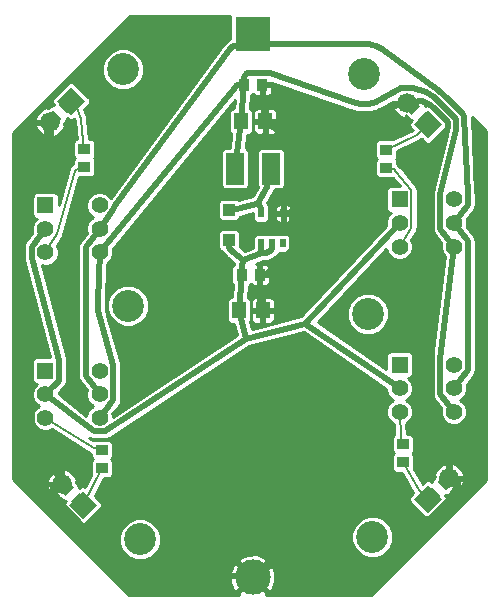
<source format=gtl>
G04 (created by PCBNEW (2013-03-19 BZR 4004)-stable) date 29/05/2013 23:51:19*
%MOIN*%
G04 Gerber Fmt 3.4, Leading zero omitted, Abs format*
%FSLAX34Y34*%
G01*
G70*
G90*
G04 APERTURE LIST*
%ADD10C,0.006*%
%ADD11R,0.045X0.055*%
%ADD12R,0.02X0.03*%
%ADD13R,0.1181X0.1181*%
%ADD14C,0.1181*%
%ADD15R,0.04X0.035*%
%ADD16C,0.066*%
%ADD17R,0.06X0.105*%
%ADD18R,0.0394X0.0394*%
%ADD19R,0.035X0.04*%
%ADD20R,0.0551X0.0551*%
%ADD21C,0.0551*%
%ADD22C,0.1063*%
%ADD23C,0.019685*%
%ADD24C,0.00787402*%
%ADD25C,0.01*%
G04 APERTURE END LIST*
G54D10*
G54D11*
X60662Y-48976D03*
X61462Y-48976D03*
G54D12*
X61400Y-46743D03*
X62150Y-46743D03*
X61400Y-45743D03*
X61775Y-46743D03*
X62150Y-45743D03*
G54D13*
X61122Y-39763D03*
G54D14*
X61122Y-57874D03*
G54D15*
X56102Y-53637D03*
X56102Y-54237D03*
X66141Y-53440D03*
X66141Y-54040D03*
X55511Y-44197D03*
X55511Y-43597D03*
X65581Y-44223D03*
X65581Y-43623D03*
G54D10*
G36*
X67138Y-42591D02*
X66855Y-42874D01*
X66607Y-42626D01*
X66890Y-42343D01*
X67138Y-42591D01*
X67138Y-42591D01*
G37*
G36*
X66714Y-42167D02*
X66431Y-42449D01*
X66183Y-42202D01*
X66466Y-41919D01*
X66714Y-42167D01*
X66714Y-42167D01*
G37*
G36*
X67135Y-55402D02*
X66852Y-55119D01*
X67099Y-54871D01*
X67382Y-55154D01*
X67135Y-55402D01*
X67135Y-55402D01*
G37*
G36*
X67559Y-54977D02*
X67276Y-54694D01*
X67523Y-54447D01*
X67806Y-54730D01*
X67559Y-54977D01*
X67559Y-54977D01*
G37*
G36*
X55599Y-55303D02*
X55316Y-55585D01*
X55069Y-55338D01*
X55351Y-55055D01*
X55599Y-55303D01*
X55599Y-55303D01*
G37*
G36*
X55175Y-54878D02*
X54892Y-55161D01*
X54644Y-54914D01*
X54927Y-54631D01*
X55175Y-54878D01*
X55175Y-54878D01*
G37*
G36*
X54907Y-41877D02*
X55189Y-42159D01*
X54942Y-42407D01*
X54659Y-42124D01*
X54907Y-41877D01*
X54907Y-41877D01*
G37*
G36*
X54482Y-42301D02*
X54765Y-42584D01*
X54518Y-42831D01*
X54235Y-42548D01*
X54482Y-42301D01*
X54482Y-42301D01*
G37*
G36*
X66969Y-55741D02*
X66502Y-55274D01*
X66969Y-54808D01*
X67435Y-55274D01*
X66969Y-55741D01*
X66969Y-55741D01*
G37*
G54D16*
X67676Y-54567D03*
G54D10*
G36*
X55938Y-55471D02*
X55471Y-55938D01*
X55004Y-55471D01*
X55471Y-55004D01*
X55938Y-55471D01*
X55938Y-55471D01*
G37*
G54D16*
X54764Y-54764D03*
G54D10*
G36*
X55081Y-41526D02*
X55548Y-41992D01*
X55081Y-42459D01*
X54615Y-41992D01*
X55081Y-41526D01*
X55081Y-41526D01*
G37*
G54D16*
X54374Y-42700D03*
G54D10*
G36*
X67445Y-42780D02*
X66978Y-43247D01*
X66512Y-42780D01*
X66978Y-42313D01*
X67445Y-42780D01*
X67445Y-42780D01*
G37*
G54D16*
X66271Y-42073D03*
G54D17*
X61741Y-44251D03*
X60541Y-44251D03*
G54D18*
X60334Y-46644D03*
X60334Y-45620D03*
G54D19*
X60841Y-41456D03*
X61441Y-41456D03*
X60762Y-47795D03*
X61362Y-47795D03*
G54D20*
X54212Y-45472D03*
G54D21*
X54212Y-46259D03*
X54212Y-47046D03*
X56024Y-47046D03*
X56024Y-46259D03*
X56024Y-45472D03*
G54D20*
X66023Y-50787D03*
G54D21*
X66023Y-51574D03*
X66023Y-52361D03*
X67835Y-52361D03*
X67835Y-51574D03*
X67835Y-50787D03*
G54D20*
X66023Y-45275D03*
G54D21*
X66023Y-46062D03*
X66023Y-46849D03*
X67835Y-46849D03*
X67835Y-46062D03*
X67835Y-45275D03*
G54D20*
X54212Y-50984D03*
G54D21*
X54212Y-51771D03*
X54212Y-52558D03*
X56024Y-52558D03*
X56024Y-51771D03*
X56024Y-50984D03*
G54D22*
X56811Y-40944D03*
X64842Y-41102D03*
X56968Y-48818D03*
X64960Y-49094D03*
X57362Y-56614D03*
X65118Y-56535D03*
G54D11*
X60741Y-42677D03*
X61541Y-42677D03*
G54D23*
X60912Y-49926D02*
X62886Y-49419D01*
X60662Y-48976D02*
X60912Y-49926D01*
X60762Y-47795D02*
X60662Y-48976D01*
X61429Y-47070D02*
X60814Y-47303D01*
X61775Y-46795D02*
X61775Y-46743D01*
X61775Y-46893D02*
X61775Y-46795D01*
X61775Y-46935D02*
X61775Y-46893D01*
X61716Y-46993D02*
X61775Y-46935D01*
X61574Y-47070D02*
X61716Y-46993D01*
X61429Y-47070D02*
X61574Y-47070D01*
X56211Y-53011D02*
X60912Y-49926D01*
X55836Y-53011D02*
X56211Y-53011D01*
X54212Y-51771D02*
X55836Y-53011D01*
X62886Y-49419D02*
X66023Y-46062D01*
X62886Y-49419D02*
X66023Y-51574D01*
X60353Y-46743D02*
X60334Y-46644D01*
X60353Y-46841D02*
X60353Y-46743D01*
X60353Y-46914D02*
X60353Y-46841D01*
X60457Y-47018D02*
X60353Y-46914D01*
X60814Y-47303D02*
X60457Y-47018D01*
X60762Y-47693D02*
X60762Y-47795D01*
X60762Y-47595D02*
X60762Y-47693D01*
X60762Y-47522D02*
X60762Y-47595D01*
X60814Y-47303D02*
X60762Y-47522D01*
X53759Y-46859D02*
X54212Y-46259D01*
X53759Y-47234D02*
X53759Y-46859D01*
X54664Y-50635D02*
X53759Y-47234D01*
X54664Y-51186D02*
X54664Y-50635D01*
X54664Y-51333D02*
X54664Y-51186D01*
X54561Y-51437D02*
X54664Y-51333D01*
X54212Y-51771D02*
X54561Y-51437D01*
X61400Y-46935D02*
X61429Y-47070D01*
X61400Y-46893D02*
X61400Y-46935D01*
X61400Y-46795D02*
X61400Y-46893D01*
X61400Y-46743D02*
X61400Y-46795D01*
X68287Y-50975D02*
X67835Y-51574D01*
X68287Y-50600D02*
X68287Y-50975D01*
X68287Y-46662D02*
X68287Y-50600D01*
X67835Y-46062D02*
X68287Y-46662D01*
X60629Y-40176D02*
X61122Y-39763D01*
X60531Y-40176D02*
X60629Y-40176D01*
X60458Y-40176D02*
X60531Y-40176D01*
X60354Y-40280D02*
X60458Y-40176D01*
X56578Y-45444D02*
X60354Y-40280D01*
X56443Y-45656D02*
X56578Y-45444D01*
X56024Y-46259D02*
X56443Y-45656D01*
X55571Y-51172D02*
X56024Y-51771D01*
X55571Y-50797D02*
X55571Y-51172D01*
X55571Y-46859D02*
X55571Y-50797D01*
X56024Y-46259D02*
X55571Y-46859D01*
X68287Y-45463D02*
X67835Y-46062D01*
X68287Y-45088D02*
X68287Y-45463D01*
X68174Y-42528D02*
X68287Y-45088D01*
X68138Y-42442D02*
X68174Y-42528D01*
X67672Y-41976D02*
X68138Y-42442D01*
X67316Y-41620D02*
X67672Y-41976D01*
X65440Y-40278D02*
X67316Y-41620D01*
X65235Y-40160D02*
X65440Y-40278D01*
X65105Y-40125D02*
X65235Y-40160D01*
X65016Y-40101D02*
X65105Y-40125D01*
X65006Y-40099D02*
X65016Y-40101D01*
X61712Y-40099D02*
X65006Y-40099D01*
X61614Y-40099D02*
X61712Y-40099D01*
X61122Y-39763D02*
X61614Y-40099D01*
X60432Y-45601D02*
X60334Y-45620D01*
X60531Y-45601D02*
X60432Y-45601D01*
X60604Y-45601D02*
X60531Y-45601D01*
X61227Y-45416D02*
X60604Y-45601D01*
X61291Y-45413D02*
X61227Y-45416D01*
X61400Y-45692D02*
X61400Y-45743D01*
X61400Y-45593D02*
X61400Y-45692D01*
X61400Y-45552D02*
X61400Y-45593D01*
X61291Y-45413D02*
X61400Y-45552D01*
X61618Y-44850D02*
X61291Y-45413D01*
X61618Y-44777D02*
X61618Y-44850D01*
X61618Y-44678D02*
X61618Y-44777D01*
X61741Y-44251D02*
X61618Y-44678D01*
X60741Y-42677D02*
X60541Y-44251D01*
X60841Y-41456D02*
X60741Y-42677D01*
X60841Y-41355D02*
X60841Y-41456D01*
X60841Y-41256D02*
X60841Y-41355D01*
X60841Y-41184D02*
X60841Y-41256D01*
X60944Y-41081D02*
X60841Y-41184D01*
X61193Y-41079D02*
X60944Y-41081D01*
X61340Y-41079D02*
X61193Y-41079D01*
X61690Y-41079D02*
X61340Y-41079D01*
X64459Y-42032D02*
X61690Y-41079D01*
X64688Y-42093D02*
X64459Y-42032D01*
X64914Y-42093D02*
X64688Y-42093D01*
X64996Y-42093D02*
X64914Y-42093D01*
X65006Y-42093D02*
X64996Y-42093D01*
X65235Y-42032D02*
X65006Y-42093D01*
X66059Y-41567D02*
X65235Y-42032D01*
X66063Y-41565D02*
X66059Y-41567D01*
X66479Y-41565D02*
X66063Y-41565D01*
X66901Y-41713D02*
X66479Y-41565D01*
X67166Y-41860D02*
X66901Y-41713D01*
X67431Y-42125D02*
X67166Y-41860D01*
X67898Y-42592D02*
X67431Y-42125D01*
X67898Y-42968D02*
X67898Y-42592D01*
X67382Y-45088D02*
X67898Y-42968D01*
X67382Y-45875D02*
X67382Y-45088D01*
X67382Y-46250D02*
X67382Y-45875D01*
X67835Y-46850D02*
X67382Y-46250D01*
X67382Y-51762D02*
X67835Y-52361D01*
X67382Y-51387D02*
X67382Y-51762D01*
X67382Y-50600D02*
X67382Y-51387D01*
X67835Y-46850D02*
X67382Y-50600D01*
X60765Y-41479D02*
X60841Y-41456D01*
X60666Y-41479D02*
X60765Y-41479D01*
X60593Y-41479D02*
X60666Y-41479D01*
X60489Y-41583D02*
X60593Y-41479D01*
X56024Y-47046D02*
X60489Y-41583D01*
X56476Y-51959D02*
X56024Y-52558D01*
X56476Y-51584D02*
X56476Y-51959D01*
X56476Y-50797D02*
X56476Y-51584D01*
X56022Y-49217D02*
X56476Y-50797D01*
X55959Y-48983D02*
X56022Y-49217D01*
X55959Y-48901D02*
X55959Y-48983D01*
X55959Y-48659D02*
X55959Y-48901D01*
X56024Y-47046D02*
X55959Y-48659D01*
X66247Y-42048D02*
X66271Y-42073D01*
X66120Y-42048D02*
X66247Y-42048D01*
X62700Y-43515D02*
X66120Y-42048D01*
X61541Y-42677D02*
X62700Y-43515D01*
X61441Y-41456D02*
X61541Y-42677D01*
X62429Y-45744D02*
X62700Y-43515D01*
X54450Y-42624D02*
X54500Y-42566D01*
X54380Y-42694D02*
X54450Y-42624D01*
X54374Y-42700D02*
X54380Y-42694D01*
X57215Y-57631D02*
X61122Y-57874D01*
X57205Y-57628D02*
X57215Y-57631D01*
X56981Y-57568D02*
X57205Y-57628D01*
X56771Y-57447D02*
X56981Y-57568D01*
X55398Y-56115D02*
X56771Y-57447D01*
X55294Y-56011D02*
X55398Y-56115D01*
X54827Y-55545D02*
X55294Y-56011D01*
X54467Y-54987D02*
X54827Y-55545D01*
X54467Y-54840D02*
X54467Y-54987D01*
X54571Y-54737D02*
X54467Y-54840D01*
X54718Y-54737D02*
X54571Y-54737D01*
X54764Y-54764D02*
X54718Y-54737D01*
X54849Y-54849D02*
X54909Y-54896D01*
X54779Y-54779D02*
X54849Y-54849D01*
X54764Y-54764D02*
X54779Y-54779D01*
X54340Y-42758D02*
X54374Y-42700D01*
X53759Y-45124D02*
X54340Y-42758D01*
X53483Y-46795D02*
X53759Y-45124D01*
X53483Y-47298D02*
X53483Y-46795D01*
X53759Y-52746D02*
X53483Y-47298D01*
X54764Y-54764D02*
X53759Y-52746D01*
X64525Y-55709D02*
X61122Y-57874D01*
X64535Y-55704D02*
X64525Y-55709D01*
X64733Y-55590D02*
X64535Y-55704D01*
X64964Y-55528D02*
X64733Y-55590D01*
X65046Y-55528D02*
X64964Y-55528D01*
X65285Y-55528D02*
X65046Y-55528D01*
X66895Y-55918D02*
X65285Y-55528D01*
X67042Y-55918D02*
X66895Y-55918D01*
X67509Y-55451D02*
X67042Y-55918D01*
X67613Y-55348D02*
X67509Y-55451D01*
X67984Y-54803D02*
X67613Y-55348D01*
X67984Y-54656D02*
X67984Y-54803D01*
X67880Y-54553D02*
X67984Y-54656D01*
X67733Y-54553D02*
X67880Y-54553D01*
X67676Y-54567D02*
X67733Y-54553D01*
X67590Y-54653D02*
X67541Y-54712D01*
X67660Y-54583D02*
X67590Y-54653D01*
X67676Y-54567D02*
X67660Y-54583D01*
X66309Y-42077D02*
X66271Y-42073D01*
X66378Y-42146D02*
X66309Y-42077D01*
X66448Y-42184D02*
X66378Y-42146D01*
X67701Y-54520D02*
X67676Y-54567D01*
X67701Y-54374D02*
X67701Y-54520D01*
X67106Y-51826D02*
X67701Y-54374D01*
X67106Y-51323D02*
X67106Y-51826D01*
X67106Y-45024D02*
X67106Y-51323D01*
X67622Y-42853D02*
X67106Y-45024D01*
X67622Y-42706D02*
X67622Y-42853D01*
X67155Y-42240D02*
X67622Y-42706D01*
X67052Y-42136D02*
X67155Y-42240D01*
X66786Y-41992D02*
X67052Y-42136D01*
X66641Y-41992D02*
X66786Y-41992D01*
X66590Y-42043D02*
X66641Y-41992D01*
X66520Y-42112D02*
X66590Y-42043D01*
X66448Y-42184D02*
X66520Y-42112D01*
X62427Y-46967D02*
X62429Y-45744D01*
X62324Y-47070D02*
X62427Y-46967D01*
X61611Y-47772D02*
X62324Y-47070D01*
X61537Y-47772D02*
X61611Y-47772D01*
X61439Y-47772D02*
X61537Y-47772D01*
X61362Y-47795D02*
X61439Y-47772D01*
X61362Y-48874D02*
X61362Y-48976D01*
X61362Y-48776D02*
X61362Y-48874D01*
X61362Y-47995D02*
X61362Y-48776D01*
X61362Y-47896D02*
X61362Y-47995D01*
X61362Y-47795D02*
X61362Y-47896D01*
X62312Y-45743D02*
X62429Y-45744D01*
X62250Y-45743D02*
X62312Y-45743D01*
X62151Y-45743D02*
X62250Y-45743D01*
X62150Y-45743D02*
X62151Y-45743D01*
G54D24*
X66059Y-53216D02*
X66023Y-52361D01*
X66059Y-53265D02*
X66059Y-53216D01*
X66059Y-53304D02*
X66059Y-53265D01*
X66141Y-53440D02*
X66059Y-53304D01*
X65742Y-44279D02*
X65581Y-44223D01*
X65781Y-44279D02*
X65742Y-44279D01*
X65830Y-44279D02*
X65781Y-44279D01*
X65900Y-44349D02*
X65830Y-44279D01*
X66416Y-44951D02*
X65900Y-44349D01*
X66416Y-45502D02*
X66416Y-44951D01*
X66416Y-45600D02*
X66416Y-45502D01*
X66416Y-46225D02*
X66416Y-45600D01*
X66023Y-46850D02*
X66416Y-46225D01*
X55471Y-55471D02*
X56102Y-54237D01*
X55471Y-55471D02*
X55334Y-55320D01*
X66664Y-54950D02*
X66969Y-55274D01*
X66141Y-54040D02*
X66664Y-54950D01*
X66969Y-55274D02*
X67117Y-55137D01*
X55351Y-44254D02*
X55511Y-44197D01*
X55311Y-44254D02*
X55351Y-44254D01*
X55262Y-44254D02*
X55311Y-44254D01*
X55193Y-44323D02*
X55262Y-44254D01*
X54605Y-46422D02*
X55193Y-44323D01*
X54212Y-47046D02*
X54605Y-46422D01*
X66599Y-43127D02*
X66978Y-42780D01*
X65581Y-43623D02*
X66599Y-43127D01*
X66978Y-42780D02*
X66873Y-42609D01*
X54942Y-42159D02*
X54924Y-42142D01*
X55221Y-42121D02*
X54942Y-42159D01*
X55429Y-42991D02*
X55511Y-43597D01*
X55396Y-42589D02*
X55429Y-42991D01*
X55221Y-42121D02*
X55396Y-42589D01*
X55081Y-41992D02*
X55221Y-42121D01*
X55941Y-53580D02*
X56102Y-53637D01*
X55902Y-53580D02*
X55941Y-53580D01*
X55853Y-53580D02*
X55902Y-53580D01*
X54212Y-52558D02*
X55853Y-53580D01*
G54D10*
G36*
X66458Y-42964D02*
X65812Y-43280D01*
X65748Y-43280D01*
X65348Y-43280D01*
X65286Y-43305D01*
X65239Y-43352D01*
X65213Y-43414D01*
X65213Y-43481D01*
X65213Y-43831D01*
X65239Y-43893D01*
X65269Y-43923D01*
X65239Y-43952D01*
X65213Y-44014D01*
X65213Y-44081D01*
X65213Y-44431D01*
X65239Y-44493D01*
X65286Y-44540D01*
X65348Y-44566D01*
X65415Y-44566D01*
X65812Y-44566D01*
X66040Y-44832D01*
X65714Y-44832D01*
X65652Y-44857D01*
X65605Y-44905D01*
X65579Y-44966D01*
X65579Y-45033D01*
X65579Y-45584D01*
X65605Y-45646D01*
X65652Y-45693D01*
X65714Y-45719D01*
X65739Y-45719D01*
X65647Y-45811D01*
X65579Y-45974D01*
X65579Y-46150D01*
X65579Y-46151D01*
X62744Y-49181D01*
X61856Y-49409D01*
X61856Y-49218D01*
X61856Y-48734D01*
X61856Y-48667D01*
X61830Y-48606D01*
X61783Y-48558D01*
X61721Y-48533D01*
X61706Y-48533D01*
X61706Y-47961D01*
X61706Y-47628D01*
X61706Y-47561D01*
X61680Y-47499D01*
X61633Y-47452D01*
X61571Y-47427D01*
X61453Y-47427D01*
X61411Y-47469D01*
X61411Y-47746D01*
X61664Y-47746D01*
X61706Y-47704D01*
X61706Y-47628D01*
X61706Y-47961D01*
X61706Y-47885D01*
X61664Y-47843D01*
X61411Y-47843D01*
X61411Y-48121D01*
X61453Y-48163D01*
X61571Y-48163D01*
X61633Y-48137D01*
X61680Y-48090D01*
X61706Y-48028D01*
X61706Y-47961D01*
X61706Y-48533D01*
X61553Y-48533D01*
X61511Y-48575D01*
X61511Y-48927D01*
X61814Y-48927D01*
X61856Y-48885D01*
X61856Y-48734D01*
X61856Y-49218D01*
X61856Y-49066D01*
X61814Y-49024D01*
X61511Y-49024D01*
X61511Y-49377D01*
X61553Y-49419D01*
X61721Y-49419D01*
X61783Y-49393D01*
X61830Y-49346D01*
X61856Y-49284D01*
X61856Y-49218D01*
X61856Y-49409D01*
X61414Y-49522D01*
X61414Y-49377D01*
X61414Y-49024D01*
X61414Y-48927D01*
X61414Y-48575D01*
X61372Y-48533D01*
X61204Y-48533D01*
X61142Y-48558D01*
X61095Y-48606D01*
X61069Y-48667D01*
X61069Y-48734D01*
X61069Y-48885D01*
X61111Y-48927D01*
X61414Y-48927D01*
X61414Y-49024D01*
X61111Y-49024D01*
X61069Y-49066D01*
X61069Y-49218D01*
X61069Y-49284D01*
X61095Y-49346D01*
X61142Y-49393D01*
X61204Y-49419D01*
X61372Y-49419D01*
X61414Y-49377D01*
X61414Y-49522D01*
X61102Y-49602D01*
X61033Y-49338D01*
X61056Y-49284D01*
X61056Y-49218D01*
X61056Y-48668D01*
X61030Y-48606D01*
X60983Y-48558D01*
X60966Y-48551D01*
X60999Y-48151D01*
X61033Y-48137D01*
X61062Y-48108D01*
X61092Y-48137D01*
X61154Y-48163D01*
X61272Y-48163D01*
X61314Y-48121D01*
X61314Y-47843D01*
X61306Y-47843D01*
X61306Y-47746D01*
X61314Y-47746D01*
X61314Y-47469D01*
X61272Y-47427D01*
X61240Y-47427D01*
X61478Y-47337D01*
X61574Y-47337D01*
X61587Y-47334D01*
X61601Y-47335D01*
X61638Y-47324D01*
X61676Y-47317D01*
X61687Y-47309D01*
X61700Y-47305D01*
X61843Y-47228D01*
X61872Y-47204D01*
X61905Y-47182D01*
X61964Y-47123D01*
X61964Y-47123D01*
X62007Y-47057D01*
X62017Y-47061D01*
X62083Y-47061D01*
X62283Y-47061D01*
X62345Y-47036D01*
X62393Y-46989D01*
X62418Y-46927D01*
X62418Y-46860D01*
X62418Y-46560D01*
X62418Y-45860D01*
X62418Y-45626D01*
X62418Y-45560D01*
X62393Y-45498D01*
X62345Y-45451D01*
X62283Y-45425D01*
X62241Y-45425D01*
X62209Y-45456D01*
X62209Y-44743D01*
X62209Y-43693D01*
X62184Y-43631D01*
X62137Y-43584D01*
X62075Y-43558D01*
X62008Y-43558D01*
X61934Y-43558D01*
X61934Y-42918D01*
X61934Y-42435D01*
X61934Y-42368D01*
X61909Y-42306D01*
X61861Y-42259D01*
X61800Y-42234D01*
X61784Y-42234D01*
X61784Y-41623D01*
X61784Y-41547D01*
X61742Y-41505D01*
X61490Y-41505D01*
X61490Y-41782D01*
X61532Y-41824D01*
X61650Y-41824D01*
X61711Y-41799D01*
X61759Y-41752D01*
X61784Y-41690D01*
X61784Y-41623D01*
X61784Y-42234D01*
X61632Y-42234D01*
X61590Y-42276D01*
X61590Y-42628D01*
X61892Y-42628D01*
X61934Y-42586D01*
X61934Y-42435D01*
X61934Y-42918D01*
X61934Y-42767D01*
X61892Y-42725D01*
X61590Y-42725D01*
X61590Y-43078D01*
X61632Y-43120D01*
X61800Y-43120D01*
X61861Y-43094D01*
X61909Y-43047D01*
X61934Y-42985D01*
X61934Y-42918D01*
X61934Y-43558D01*
X61493Y-43558D01*
X61493Y-43078D01*
X61493Y-42725D01*
X61493Y-42628D01*
X61493Y-42276D01*
X61451Y-42234D01*
X61283Y-42234D01*
X61221Y-42259D01*
X61174Y-42306D01*
X61148Y-42368D01*
X61148Y-42435D01*
X61148Y-42586D01*
X61190Y-42628D01*
X61493Y-42628D01*
X61493Y-42725D01*
X61190Y-42725D01*
X61148Y-42767D01*
X61148Y-42918D01*
X61148Y-42985D01*
X61174Y-43047D01*
X61221Y-43094D01*
X61283Y-43120D01*
X61451Y-43120D01*
X61493Y-43078D01*
X61493Y-43558D01*
X61408Y-43558D01*
X61346Y-43584D01*
X61299Y-43631D01*
X61273Y-43693D01*
X61273Y-43760D01*
X61273Y-44810D01*
X61298Y-44870D01*
X61125Y-45169D01*
X60653Y-45308D01*
X60626Y-45281D01*
X60564Y-45255D01*
X60497Y-45255D01*
X60103Y-45255D01*
X60042Y-45281D01*
X59994Y-45328D01*
X59969Y-45390D01*
X59969Y-45456D01*
X59969Y-45850D01*
X59994Y-45912D01*
X60041Y-45960D01*
X60103Y-45985D01*
X60170Y-45985D01*
X60564Y-45985D01*
X60626Y-45960D01*
X60673Y-45913D01*
X60699Y-45851D01*
X60699Y-45851D01*
X61132Y-45722D01*
X61132Y-45926D01*
X61157Y-45988D01*
X61205Y-46036D01*
X61267Y-46061D01*
X61333Y-46061D01*
X61533Y-46061D01*
X61595Y-46036D01*
X61643Y-45989D01*
X61668Y-45927D01*
X61668Y-45860D01*
X61668Y-45560D01*
X61667Y-45557D01*
X61667Y-45552D01*
X61660Y-45516D01*
X61657Y-45480D01*
X61650Y-45466D01*
X61647Y-45450D01*
X61626Y-45419D01*
X61612Y-45391D01*
X61849Y-44984D01*
X61855Y-44967D01*
X61865Y-44952D01*
X61866Y-44945D01*
X62075Y-44945D01*
X62136Y-44919D01*
X62184Y-44872D01*
X62209Y-44810D01*
X62209Y-44743D01*
X62209Y-45456D01*
X62199Y-45467D01*
X62199Y-45695D01*
X62376Y-45695D01*
X62418Y-45653D01*
X62418Y-45626D01*
X62418Y-45860D01*
X62418Y-45834D01*
X62376Y-45792D01*
X62199Y-45792D01*
X62199Y-46019D01*
X62241Y-46061D01*
X62283Y-46061D01*
X62345Y-46036D01*
X62393Y-45989D01*
X62418Y-45927D01*
X62418Y-45860D01*
X62418Y-46560D01*
X62393Y-46498D01*
X62345Y-46451D01*
X62284Y-46425D01*
X62217Y-46425D01*
X62102Y-46425D01*
X62102Y-46019D01*
X62102Y-45792D01*
X62102Y-45695D01*
X62102Y-45467D01*
X62060Y-45425D01*
X62017Y-45425D01*
X61955Y-45451D01*
X61908Y-45498D01*
X61882Y-45560D01*
X61882Y-45626D01*
X61882Y-45653D01*
X61924Y-45695D01*
X62102Y-45695D01*
X62102Y-45792D01*
X61924Y-45792D01*
X61882Y-45834D01*
X61882Y-45860D01*
X61882Y-45927D01*
X61908Y-45989D01*
X61955Y-46036D01*
X62017Y-46061D01*
X62060Y-46061D01*
X62102Y-46019D01*
X62102Y-46425D01*
X62017Y-46425D01*
X61963Y-46447D01*
X61909Y-46425D01*
X61842Y-46425D01*
X61642Y-46425D01*
X61588Y-46447D01*
X61534Y-46425D01*
X61467Y-46425D01*
X61267Y-46425D01*
X61205Y-46451D01*
X61158Y-46498D01*
X61132Y-46560D01*
X61132Y-46626D01*
X61132Y-46898D01*
X60862Y-47000D01*
X60699Y-46870D01*
X60699Y-46808D01*
X60699Y-46414D01*
X60673Y-46352D01*
X60626Y-46305D01*
X60564Y-46279D01*
X60497Y-46279D01*
X60103Y-46279D01*
X60042Y-46305D01*
X59994Y-46352D01*
X59969Y-46414D01*
X59969Y-46480D01*
X59969Y-46874D01*
X59994Y-46936D01*
X60041Y-46984D01*
X60103Y-47009D01*
X60106Y-47009D01*
X60107Y-47016D01*
X60165Y-47103D01*
X60269Y-47207D01*
X60282Y-47215D01*
X60291Y-47227D01*
X60516Y-47406D01*
X60507Y-47446D01*
X60492Y-47452D01*
X60445Y-47499D01*
X60419Y-47561D01*
X60419Y-47628D01*
X60419Y-48028D01*
X60445Y-48090D01*
X60468Y-48113D01*
X60432Y-48533D01*
X60404Y-48533D01*
X60342Y-48558D01*
X60295Y-48606D01*
X60269Y-48667D01*
X60269Y-48734D01*
X60269Y-49284D01*
X60295Y-49346D01*
X60342Y-49393D01*
X60404Y-49419D01*
X60471Y-49419D01*
X60503Y-49419D01*
X60605Y-49806D01*
X57668Y-51735D01*
X57668Y-48680D01*
X57561Y-48423D01*
X57365Y-48226D01*
X57108Y-48119D01*
X56829Y-48119D01*
X56572Y-48225D01*
X56375Y-48422D01*
X56269Y-48679D01*
X56268Y-48957D01*
X56375Y-49214D01*
X56571Y-49411D01*
X56828Y-49518D01*
X57107Y-49518D01*
X57364Y-49412D01*
X57561Y-49215D01*
X57667Y-48958D01*
X57668Y-48680D01*
X57668Y-51735D01*
X56467Y-52524D01*
X56467Y-52470D01*
X56452Y-52433D01*
X56689Y-52120D01*
X56706Y-52085D01*
X56723Y-52061D01*
X56726Y-52045D01*
X56735Y-52026D01*
X56737Y-51988D01*
X56743Y-51959D01*
X56743Y-51584D01*
X56743Y-50797D01*
X56734Y-50753D01*
X56732Y-50724D01*
X56280Y-49148D01*
X56280Y-49147D01*
X56226Y-48948D01*
X56226Y-48901D01*
X56226Y-48664D01*
X56276Y-47421D01*
X56399Y-47298D01*
X56467Y-47135D01*
X56467Y-46958D01*
X56458Y-46936D01*
X60533Y-41958D01*
X60510Y-42234D01*
X60483Y-42234D01*
X60421Y-42259D01*
X60374Y-42306D01*
X60348Y-42368D01*
X60348Y-42435D01*
X60348Y-42985D01*
X60374Y-43047D01*
X60419Y-43092D01*
X60360Y-43558D01*
X60208Y-43558D01*
X60146Y-43584D01*
X60099Y-43631D01*
X60073Y-43693D01*
X60073Y-43760D01*
X60073Y-44810D01*
X60099Y-44872D01*
X60146Y-44919D01*
X60208Y-44945D01*
X60275Y-44945D01*
X60875Y-44945D01*
X60936Y-44919D01*
X60984Y-44872D01*
X61009Y-44810D01*
X61009Y-44743D01*
X61009Y-43693D01*
X60984Y-43631D01*
X60937Y-43584D01*
X60896Y-43567D01*
X60953Y-43120D01*
X61000Y-43120D01*
X61061Y-43094D01*
X61109Y-43047D01*
X61134Y-42985D01*
X61134Y-42918D01*
X61134Y-42368D01*
X61109Y-42307D01*
X61062Y-42259D01*
X61044Y-42252D01*
X61080Y-41812D01*
X61111Y-41799D01*
X61141Y-41769D01*
X61171Y-41799D01*
X61233Y-41824D01*
X61351Y-41824D01*
X61393Y-41782D01*
X61393Y-41505D01*
X61385Y-41505D01*
X61385Y-41408D01*
X61393Y-41408D01*
X61393Y-41400D01*
X61490Y-41400D01*
X61490Y-41408D01*
X61742Y-41408D01*
X61764Y-41386D01*
X64372Y-42285D01*
X64385Y-42286D01*
X64391Y-42289D01*
X64620Y-42350D01*
X64653Y-42352D01*
X64688Y-42359D01*
X64914Y-42359D01*
X64996Y-42359D01*
X65006Y-42359D01*
X65040Y-42353D01*
X65075Y-42350D01*
X65303Y-42289D01*
X65333Y-42275D01*
X65365Y-42264D01*
X65805Y-42016D01*
X65808Y-42024D01*
X66123Y-42024D01*
X66088Y-42059D01*
X66041Y-42107D01*
X66035Y-42121D01*
X65808Y-42121D01*
X65779Y-42200D01*
X65865Y-42378D01*
X66013Y-42510D01*
X66144Y-42564D01*
X66223Y-42536D01*
X66223Y-42478D01*
X66252Y-42449D01*
X66252Y-42508D01*
X66335Y-42592D01*
X66397Y-42617D01*
X66436Y-42617D01*
X66369Y-42684D01*
X66343Y-42746D01*
X66343Y-42813D01*
X66369Y-42875D01*
X66416Y-42922D01*
X66458Y-42964D01*
X66458Y-42964D01*
G37*
G54D25*
X66458Y-42964D02*
X65812Y-43280D01*
X65748Y-43280D01*
X65348Y-43280D01*
X65286Y-43305D01*
X65239Y-43352D01*
X65213Y-43414D01*
X65213Y-43481D01*
X65213Y-43831D01*
X65239Y-43893D01*
X65269Y-43923D01*
X65239Y-43952D01*
X65213Y-44014D01*
X65213Y-44081D01*
X65213Y-44431D01*
X65239Y-44493D01*
X65286Y-44540D01*
X65348Y-44566D01*
X65415Y-44566D01*
X65812Y-44566D01*
X66040Y-44832D01*
X65714Y-44832D01*
X65652Y-44857D01*
X65605Y-44905D01*
X65579Y-44966D01*
X65579Y-45033D01*
X65579Y-45584D01*
X65605Y-45646D01*
X65652Y-45693D01*
X65714Y-45719D01*
X65739Y-45719D01*
X65647Y-45811D01*
X65579Y-45974D01*
X65579Y-46150D01*
X65579Y-46151D01*
X62744Y-49181D01*
X61856Y-49409D01*
X61856Y-49218D01*
X61856Y-48734D01*
X61856Y-48667D01*
X61830Y-48606D01*
X61783Y-48558D01*
X61721Y-48533D01*
X61706Y-48533D01*
X61706Y-47961D01*
X61706Y-47628D01*
X61706Y-47561D01*
X61680Y-47499D01*
X61633Y-47452D01*
X61571Y-47427D01*
X61453Y-47427D01*
X61411Y-47469D01*
X61411Y-47746D01*
X61664Y-47746D01*
X61706Y-47704D01*
X61706Y-47628D01*
X61706Y-47961D01*
X61706Y-47885D01*
X61664Y-47843D01*
X61411Y-47843D01*
X61411Y-48121D01*
X61453Y-48163D01*
X61571Y-48163D01*
X61633Y-48137D01*
X61680Y-48090D01*
X61706Y-48028D01*
X61706Y-47961D01*
X61706Y-48533D01*
X61553Y-48533D01*
X61511Y-48575D01*
X61511Y-48927D01*
X61814Y-48927D01*
X61856Y-48885D01*
X61856Y-48734D01*
X61856Y-49218D01*
X61856Y-49066D01*
X61814Y-49024D01*
X61511Y-49024D01*
X61511Y-49377D01*
X61553Y-49419D01*
X61721Y-49419D01*
X61783Y-49393D01*
X61830Y-49346D01*
X61856Y-49284D01*
X61856Y-49218D01*
X61856Y-49409D01*
X61414Y-49522D01*
X61414Y-49377D01*
X61414Y-49024D01*
X61414Y-48927D01*
X61414Y-48575D01*
X61372Y-48533D01*
X61204Y-48533D01*
X61142Y-48558D01*
X61095Y-48606D01*
X61069Y-48667D01*
X61069Y-48734D01*
X61069Y-48885D01*
X61111Y-48927D01*
X61414Y-48927D01*
X61414Y-49024D01*
X61111Y-49024D01*
X61069Y-49066D01*
X61069Y-49218D01*
X61069Y-49284D01*
X61095Y-49346D01*
X61142Y-49393D01*
X61204Y-49419D01*
X61372Y-49419D01*
X61414Y-49377D01*
X61414Y-49522D01*
X61102Y-49602D01*
X61033Y-49338D01*
X61056Y-49284D01*
X61056Y-49218D01*
X61056Y-48668D01*
X61030Y-48606D01*
X60983Y-48558D01*
X60966Y-48551D01*
X60999Y-48151D01*
X61033Y-48137D01*
X61062Y-48108D01*
X61092Y-48137D01*
X61154Y-48163D01*
X61272Y-48163D01*
X61314Y-48121D01*
X61314Y-47843D01*
X61306Y-47843D01*
X61306Y-47746D01*
X61314Y-47746D01*
X61314Y-47469D01*
X61272Y-47427D01*
X61240Y-47427D01*
X61478Y-47337D01*
X61574Y-47337D01*
X61587Y-47334D01*
X61601Y-47335D01*
X61638Y-47324D01*
X61676Y-47317D01*
X61687Y-47309D01*
X61700Y-47305D01*
X61843Y-47228D01*
X61872Y-47204D01*
X61905Y-47182D01*
X61964Y-47123D01*
X61964Y-47123D01*
X62007Y-47057D01*
X62017Y-47061D01*
X62083Y-47061D01*
X62283Y-47061D01*
X62345Y-47036D01*
X62393Y-46989D01*
X62418Y-46927D01*
X62418Y-46860D01*
X62418Y-46560D01*
X62418Y-45860D01*
X62418Y-45626D01*
X62418Y-45560D01*
X62393Y-45498D01*
X62345Y-45451D01*
X62283Y-45425D01*
X62241Y-45425D01*
X62209Y-45456D01*
X62209Y-44743D01*
X62209Y-43693D01*
X62184Y-43631D01*
X62137Y-43584D01*
X62075Y-43558D01*
X62008Y-43558D01*
X61934Y-43558D01*
X61934Y-42918D01*
X61934Y-42435D01*
X61934Y-42368D01*
X61909Y-42306D01*
X61861Y-42259D01*
X61800Y-42234D01*
X61784Y-42234D01*
X61784Y-41623D01*
X61784Y-41547D01*
X61742Y-41505D01*
X61490Y-41505D01*
X61490Y-41782D01*
X61532Y-41824D01*
X61650Y-41824D01*
X61711Y-41799D01*
X61759Y-41752D01*
X61784Y-41690D01*
X61784Y-41623D01*
X61784Y-42234D01*
X61632Y-42234D01*
X61590Y-42276D01*
X61590Y-42628D01*
X61892Y-42628D01*
X61934Y-42586D01*
X61934Y-42435D01*
X61934Y-42918D01*
X61934Y-42767D01*
X61892Y-42725D01*
X61590Y-42725D01*
X61590Y-43078D01*
X61632Y-43120D01*
X61800Y-43120D01*
X61861Y-43094D01*
X61909Y-43047D01*
X61934Y-42985D01*
X61934Y-42918D01*
X61934Y-43558D01*
X61493Y-43558D01*
X61493Y-43078D01*
X61493Y-42725D01*
X61493Y-42628D01*
X61493Y-42276D01*
X61451Y-42234D01*
X61283Y-42234D01*
X61221Y-42259D01*
X61174Y-42306D01*
X61148Y-42368D01*
X61148Y-42435D01*
X61148Y-42586D01*
X61190Y-42628D01*
X61493Y-42628D01*
X61493Y-42725D01*
X61190Y-42725D01*
X61148Y-42767D01*
X61148Y-42918D01*
X61148Y-42985D01*
X61174Y-43047D01*
X61221Y-43094D01*
X61283Y-43120D01*
X61451Y-43120D01*
X61493Y-43078D01*
X61493Y-43558D01*
X61408Y-43558D01*
X61346Y-43584D01*
X61299Y-43631D01*
X61273Y-43693D01*
X61273Y-43760D01*
X61273Y-44810D01*
X61298Y-44870D01*
X61125Y-45169D01*
X60653Y-45308D01*
X60626Y-45281D01*
X60564Y-45255D01*
X60497Y-45255D01*
X60103Y-45255D01*
X60042Y-45281D01*
X59994Y-45328D01*
X59969Y-45390D01*
X59969Y-45456D01*
X59969Y-45850D01*
X59994Y-45912D01*
X60041Y-45960D01*
X60103Y-45985D01*
X60170Y-45985D01*
X60564Y-45985D01*
X60626Y-45960D01*
X60673Y-45913D01*
X60699Y-45851D01*
X60699Y-45851D01*
X61132Y-45722D01*
X61132Y-45926D01*
X61157Y-45988D01*
X61205Y-46036D01*
X61267Y-46061D01*
X61333Y-46061D01*
X61533Y-46061D01*
X61595Y-46036D01*
X61643Y-45989D01*
X61668Y-45927D01*
X61668Y-45860D01*
X61668Y-45560D01*
X61667Y-45557D01*
X61667Y-45552D01*
X61660Y-45516D01*
X61657Y-45480D01*
X61650Y-45466D01*
X61647Y-45450D01*
X61626Y-45419D01*
X61612Y-45391D01*
X61849Y-44984D01*
X61855Y-44967D01*
X61865Y-44952D01*
X61866Y-44945D01*
X62075Y-44945D01*
X62136Y-44919D01*
X62184Y-44872D01*
X62209Y-44810D01*
X62209Y-44743D01*
X62209Y-45456D01*
X62199Y-45467D01*
X62199Y-45695D01*
X62376Y-45695D01*
X62418Y-45653D01*
X62418Y-45626D01*
X62418Y-45860D01*
X62418Y-45834D01*
X62376Y-45792D01*
X62199Y-45792D01*
X62199Y-46019D01*
X62241Y-46061D01*
X62283Y-46061D01*
X62345Y-46036D01*
X62393Y-45989D01*
X62418Y-45927D01*
X62418Y-45860D01*
X62418Y-46560D01*
X62393Y-46498D01*
X62345Y-46451D01*
X62284Y-46425D01*
X62217Y-46425D01*
X62102Y-46425D01*
X62102Y-46019D01*
X62102Y-45792D01*
X62102Y-45695D01*
X62102Y-45467D01*
X62060Y-45425D01*
X62017Y-45425D01*
X61955Y-45451D01*
X61908Y-45498D01*
X61882Y-45560D01*
X61882Y-45626D01*
X61882Y-45653D01*
X61924Y-45695D01*
X62102Y-45695D01*
X62102Y-45792D01*
X61924Y-45792D01*
X61882Y-45834D01*
X61882Y-45860D01*
X61882Y-45927D01*
X61908Y-45989D01*
X61955Y-46036D01*
X62017Y-46061D01*
X62060Y-46061D01*
X62102Y-46019D01*
X62102Y-46425D01*
X62017Y-46425D01*
X61963Y-46447D01*
X61909Y-46425D01*
X61842Y-46425D01*
X61642Y-46425D01*
X61588Y-46447D01*
X61534Y-46425D01*
X61467Y-46425D01*
X61267Y-46425D01*
X61205Y-46451D01*
X61158Y-46498D01*
X61132Y-46560D01*
X61132Y-46626D01*
X61132Y-46898D01*
X60862Y-47000D01*
X60699Y-46870D01*
X60699Y-46808D01*
X60699Y-46414D01*
X60673Y-46352D01*
X60626Y-46305D01*
X60564Y-46279D01*
X60497Y-46279D01*
X60103Y-46279D01*
X60042Y-46305D01*
X59994Y-46352D01*
X59969Y-46414D01*
X59969Y-46480D01*
X59969Y-46874D01*
X59994Y-46936D01*
X60041Y-46984D01*
X60103Y-47009D01*
X60106Y-47009D01*
X60107Y-47016D01*
X60165Y-47103D01*
X60269Y-47207D01*
X60282Y-47215D01*
X60291Y-47227D01*
X60516Y-47406D01*
X60507Y-47446D01*
X60492Y-47452D01*
X60445Y-47499D01*
X60419Y-47561D01*
X60419Y-47628D01*
X60419Y-48028D01*
X60445Y-48090D01*
X60468Y-48113D01*
X60432Y-48533D01*
X60404Y-48533D01*
X60342Y-48558D01*
X60295Y-48606D01*
X60269Y-48667D01*
X60269Y-48734D01*
X60269Y-49284D01*
X60295Y-49346D01*
X60342Y-49393D01*
X60404Y-49419D01*
X60471Y-49419D01*
X60503Y-49419D01*
X60605Y-49806D01*
X57668Y-51735D01*
X57668Y-48680D01*
X57561Y-48423D01*
X57365Y-48226D01*
X57108Y-48119D01*
X56829Y-48119D01*
X56572Y-48225D01*
X56375Y-48422D01*
X56269Y-48679D01*
X56268Y-48957D01*
X56375Y-49214D01*
X56571Y-49411D01*
X56828Y-49518D01*
X57107Y-49518D01*
X57364Y-49412D01*
X57561Y-49215D01*
X57667Y-48958D01*
X57668Y-48680D01*
X57668Y-51735D01*
X56467Y-52524D01*
X56467Y-52470D01*
X56452Y-52433D01*
X56689Y-52120D01*
X56706Y-52085D01*
X56723Y-52061D01*
X56726Y-52045D01*
X56735Y-52026D01*
X56737Y-51988D01*
X56743Y-51959D01*
X56743Y-51584D01*
X56743Y-50797D01*
X56734Y-50753D01*
X56732Y-50724D01*
X56280Y-49148D01*
X56280Y-49147D01*
X56226Y-48948D01*
X56226Y-48901D01*
X56226Y-48664D01*
X56276Y-47421D01*
X56399Y-47298D01*
X56467Y-47135D01*
X56467Y-46958D01*
X56458Y-46936D01*
X60533Y-41958D01*
X60510Y-42234D01*
X60483Y-42234D01*
X60421Y-42259D01*
X60374Y-42306D01*
X60348Y-42368D01*
X60348Y-42435D01*
X60348Y-42985D01*
X60374Y-43047D01*
X60419Y-43092D01*
X60360Y-43558D01*
X60208Y-43558D01*
X60146Y-43584D01*
X60099Y-43631D01*
X60073Y-43693D01*
X60073Y-43760D01*
X60073Y-44810D01*
X60099Y-44872D01*
X60146Y-44919D01*
X60208Y-44945D01*
X60275Y-44945D01*
X60875Y-44945D01*
X60936Y-44919D01*
X60984Y-44872D01*
X61009Y-44810D01*
X61009Y-44743D01*
X61009Y-43693D01*
X60984Y-43631D01*
X60937Y-43584D01*
X60896Y-43567D01*
X60953Y-43120D01*
X61000Y-43120D01*
X61061Y-43094D01*
X61109Y-43047D01*
X61134Y-42985D01*
X61134Y-42918D01*
X61134Y-42368D01*
X61109Y-42307D01*
X61062Y-42259D01*
X61044Y-42252D01*
X61080Y-41812D01*
X61111Y-41799D01*
X61141Y-41769D01*
X61171Y-41799D01*
X61233Y-41824D01*
X61351Y-41824D01*
X61393Y-41782D01*
X61393Y-41505D01*
X61385Y-41505D01*
X61385Y-41408D01*
X61393Y-41408D01*
X61393Y-41400D01*
X61490Y-41400D01*
X61490Y-41408D01*
X61742Y-41408D01*
X61764Y-41386D01*
X64372Y-42285D01*
X64385Y-42286D01*
X64391Y-42289D01*
X64620Y-42350D01*
X64653Y-42352D01*
X64688Y-42359D01*
X64914Y-42359D01*
X64996Y-42359D01*
X65006Y-42359D01*
X65040Y-42353D01*
X65075Y-42350D01*
X65303Y-42289D01*
X65333Y-42275D01*
X65365Y-42264D01*
X65805Y-42016D01*
X65808Y-42024D01*
X66123Y-42024D01*
X66088Y-42059D01*
X66041Y-42107D01*
X66035Y-42121D01*
X65808Y-42121D01*
X65779Y-42200D01*
X65865Y-42378D01*
X66013Y-42510D01*
X66144Y-42564D01*
X66223Y-42536D01*
X66223Y-42478D01*
X66252Y-42449D01*
X66252Y-42508D01*
X66335Y-42592D01*
X66397Y-42617D01*
X66436Y-42617D01*
X66369Y-42684D01*
X66343Y-42746D01*
X66343Y-42813D01*
X66369Y-42875D01*
X66416Y-42922D01*
X66458Y-42964D01*
G54D10*
G36*
X68896Y-54642D02*
X65817Y-57721D01*
X65817Y-56396D01*
X65711Y-56139D01*
X65514Y-55942D01*
X65257Y-55835D01*
X64979Y-55835D01*
X64722Y-55941D01*
X64525Y-56138D01*
X64418Y-56395D01*
X64418Y-56673D01*
X64524Y-56931D01*
X64721Y-57128D01*
X64978Y-57234D01*
X65256Y-57235D01*
X65513Y-57128D01*
X65710Y-56932D01*
X65817Y-56675D01*
X65817Y-56396D01*
X65817Y-57721D01*
X65075Y-58463D01*
X61883Y-58463D01*
X61883Y-58007D01*
X61876Y-57705D01*
X61775Y-57459D01*
X61672Y-57392D01*
X61603Y-57460D01*
X61603Y-57323D01*
X61536Y-57221D01*
X61255Y-57112D01*
X60953Y-57119D01*
X60707Y-57221D01*
X60640Y-57323D01*
X61122Y-57805D01*
X61603Y-57323D01*
X61603Y-57460D01*
X61190Y-57874D01*
X61672Y-58355D01*
X61775Y-58288D01*
X61883Y-58007D01*
X61883Y-58463D01*
X61578Y-58463D01*
X61603Y-58424D01*
X61122Y-57942D01*
X61053Y-58010D01*
X61053Y-57874D01*
X60571Y-57392D01*
X60469Y-57459D01*
X60360Y-57740D01*
X60367Y-58042D01*
X60469Y-58288D01*
X60571Y-58355D01*
X61053Y-57874D01*
X61053Y-58010D01*
X60640Y-58424D01*
X60666Y-58463D01*
X58061Y-58463D01*
X58061Y-56475D01*
X57955Y-56218D01*
X57759Y-56021D01*
X57501Y-55914D01*
X57223Y-55914D01*
X56966Y-56020D01*
X56769Y-56217D01*
X56662Y-56474D01*
X56662Y-56752D01*
X56768Y-57009D01*
X56965Y-57206D01*
X57222Y-57313D01*
X57500Y-57313D01*
X57757Y-57207D01*
X57954Y-57010D01*
X58061Y-56753D01*
X58061Y-56475D01*
X58061Y-58463D01*
X57010Y-58463D01*
X53150Y-54603D01*
X53150Y-43073D01*
X57050Y-39174D01*
X60363Y-39174D01*
X60363Y-39206D01*
X60363Y-39929D01*
X60356Y-39930D01*
X60313Y-39959D01*
X60269Y-39988D01*
X60165Y-40092D01*
X60148Y-40118D01*
X60141Y-40124D01*
X57510Y-43719D01*
X57510Y-40806D01*
X57404Y-40549D01*
X57207Y-40352D01*
X56950Y-40245D01*
X56672Y-40245D01*
X56415Y-40351D01*
X56218Y-40548D01*
X56111Y-40805D01*
X56111Y-41083D01*
X56217Y-41340D01*
X56414Y-41537D01*
X56671Y-41644D01*
X56949Y-41644D01*
X57206Y-41538D01*
X57403Y-41341D01*
X57510Y-41084D01*
X57510Y-40806D01*
X57510Y-43719D01*
X56404Y-45231D01*
X56400Y-45221D01*
X56275Y-45096D01*
X56112Y-45029D01*
X55936Y-45029D01*
X55773Y-45096D01*
X55648Y-45221D01*
X55580Y-45384D01*
X55580Y-45560D01*
X55647Y-45723D01*
X55772Y-45848D01*
X55814Y-45866D01*
X55773Y-45883D01*
X55648Y-46008D01*
X55580Y-46171D01*
X55580Y-46347D01*
X55595Y-46385D01*
X55358Y-46698D01*
X55343Y-46729D01*
X55325Y-46757D01*
X55321Y-46775D01*
X55313Y-46792D01*
X55311Y-46826D01*
X55304Y-46859D01*
X55304Y-50797D01*
X55304Y-51172D01*
X55311Y-51205D01*
X55313Y-51239D01*
X55321Y-51255D01*
X55325Y-51274D01*
X55343Y-51302D01*
X55358Y-51332D01*
X55595Y-51646D01*
X55580Y-51683D01*
X55580Y-51859D01*
X55647Y-52022D01*
X55772Y-52147D01*
X55814Y-52165D01*
X55773Y-52182D01*
X55648Y-52307D01*
X55580Y-52470D01*
X55580Y-52482D01*
X54655Y-51775D01*
X54655Y-51715D01*
X54745Y-51629D01*
X54746Y-51627D01*
X54749Y-51625D01*
X54853Y-51521D01*
X54853Y-51521D01*
X54882Y-51478D01*
X54911Y-51435D01*
X54911Y-51435D01*
X54931Y-51333D01*
X54931Y-51333D01*
X54931Y-51186D01*
X54931Y-50635D01*
X54924Y-50598D01*
X54922Y-50567D01*
X54100Y-47481D01*
X54123Y-47490D01*
X54299Y-47490D01*
X54463Y-47423D01*
X54587Y-47298D01*
X54655Y-47135D01*
X54655Y-46958D01*
X54599Y-46821D01*
X54780Y-46533D01*
X54789Y-46510D01*
X54805Y-46478D01*
X55346Y-44540D01*
X55745Y-44540D01*
X55806Y-44515D01*
X55854Y-44467D01*
X55879Y-44406D01*
X55879Y-44339D01*
X55879Y-43989D01*
X55854Y-43927D01*
X55824Y-43897D01*
X55854Y-43867D01*
X55879Y-43806D01*
X55879Y-43739D01*
X55879Y-43389D01*
X55854Y-43327D01*
X55807Y-43280D01*
X55745Y-43254D01*
X55678Y-43254D01*
X55674Y-43254D01*
X55636Y-42970D01*
X55603Y-42572D01*
X55596Y-42548D01*
X55591Y-42516D01*
X55501Y-42277D01*
X55691Y-42088D01*
X55716Y-42026D01*
X55716Y-41959D01*
X55691Y-41897D01*
X55643Y-41850D01*
X55177Y-41383D01*
X55115Y-41358D01*
X55048Y-41358D01*
X54986Y-41383D01*
X54939Y-41430D01*
X54472Y-41897D01*
X54447Y-41959D01*
X54447Y-42026D01*
X54472Y-42088D01*
X54491Y-42106D01*
X54491Y-42133D01*
X54449Y-42133D01*
X54387Y-42158D01*
X54314Y-42232D01*
X54247Y-42208D01*
X54069Y-42294D01*
X53937Y-42442D01*
X53883Y-42573D01*
X53911Y-42651D01*
X54100Y-42651D01*
X54139Y-42691D01*
X54193Y-42745D01*
X54253Y-42745D01*
X54250Y-42748D01*
X53911Y-42748D01*
X53883Y-42826D01*
X53969Y-43005D01*
X54116Y-43137D01*
X54247Y-43191D01*
X54326Y-43163D01*
X54326Y-42877D01*
X54375Y-42926D01*
X54423Y-42974D01*
X54423Y-42974D01*
X54423Y-43163D01*
X54501Y-43191D01*
X54680Y-43105D01*
X54812Y-42957D01*
X54866Y-42826D01*
X54838Y-42749D01*
X54908Y-42679D01*
X54933Y-42617D01*
X54933Y-42575D01*
X54960Y-42575D01*
X54986Y-42602D01*
X55048Y-42627D01*
X55115Y-42627D01*
X55177Y-42602D01*
X55179Y-42599D01*
X55192Y-42634D01*
X55223Y-43008D01*
X55224Y-43013D01*
X55224Y-43019D01*
X55257Y-43263D01*
X55216Y-43280D01*
X55169Y-43327D01*
X55143Y-43389D01*
X55143Y-43455D01*
X55143Y-43805D01*
X55169Y-43867D01*
X55199Y-43897D01*
X55169Y-43927D01*
X55143Y-43989D01*
X55143Y-44055D01*
X55143Y-44089D01*
X55116Y-44107D01*
X55046Y-44176D01*
X55042Y-44183D01*
X55028Y-44195D01*
X55010Y-44231D01*
X55002Y-44244D01*
X55000Y-44250D01*
X54992Y-44267D01*
X54655Y-45472D01*
X54655Y-45164D01*
X54630Y-45102D01*
X54582Y-45054D01*
X54521Y-45029D01*
X54454Y-45029D01*
X53903Y-45029D01*
X53841Y-45054D01*
X53794Y-45101D01*
X53768Y-45163D01*
X53768Y-45230D01*
X53768Y-45781D01*
X53794Y-45843D01*
X53841Y-45890D01*
X53903Y-45916D01*
X53928Y-45916D01*
X53836Y-46008D01*
X53768Y-46171D01*
X53768Y-46347D01*
X53783Y-46385D01*
X53546Y-46698D01*
X53532Y-46729D01*
X53513Y-46757D01*
X53509Y-46775D01*
X53501Y-46792D01*
X53499Y-46826D01*
X53492Y-46859D01*
X53492Y-47234D01*
X53499Y-47268D01*
X53501Y-47302D01*
X54363Y-50541D01*
X53903Y-50541D01*
X53841Y-50566D01*
X53794Y-50613D01*
X53768Y-50675D01*
X53768Y-50742D01*
X53768Y-51293D01*
X53794Y-51355D01*
X53841Y-51402D01*
X53903Y-51428D01*
X53928Y-51428D01*
X53836Y-51520D01*
X53768Y-51683D01*
X53768Y-51859D01*
X53835Y-52022D01*
X53960Y-52147D01*
X54002Y-52165D01*
X53961Y-52182D01*
X53836Y-52307D01*
X53768Y-52470D01*
X53768Y-52646D01*
X53835Y-52809D01*
X53960Y-52934D01*
X54123Y-53002D01*
X54299Y-53002D01*
X54439Y-52944D01*
X55734Y-53750D01*
X55734Y-53845D01*
X55759Y-53907D01*
X55789Y-53937D01*
X55759Y-53966D01*
X55734Y-54028D01*
X55734Y-54095D01*
X55734Y-54445D01*
X55747Y-54477D01*
X55553Y-54856D01*
X55505Y-54836D01*
X55438Y-54836D01*
X55376Y-54862D01*
X55351Y-54887D01*
X55343Y-54887D01*
X55343Y-54845D01*
X55317Y-54783D01*
X55234Y-54700D01*
X55233Y-54700D01*
X55256Y-54637D01*
X55170Y-54459D01*
X55022Y-54327D01*
X54891Y-54272D01*
X54812Y-54301D01*
X54812Y-54508D01*
X54785Y-54536D01*
X54731Y-54589D01*
X54731Y-54649D01*
X54716Y-54634D01*
X54716Y-54301D01*
X54637Y-54272D01*
X54459Y-54358D01*
X54327Y-54506D01*
X54272Y-54637D01*
X54301Y-54716D01*
X54661Y-54716D01*
X54662Y-54717D01*
X54603Y-54717D01*
X54549Y-54771D01*
X54508Y-54812D01*
X54301Y-54812D01*
X54272Y-54891D01*
X54358Y-55069D01*
X54506Y-55202D01*
X54637Y-55256D01*
X54716Y-55227D01*
X54716Y-55223D01*
X54796Y-55304D01*
X54858Y-55329D01*
X54900Y-55329D01*
X54900Y-55337D01*
X54862Y-55376D01*
X54836Y-55438D01*
X54836Y-55504D01*
X54862Y-55566D01*
X54909Y-55614D01*
X55376Y-56080D01*
X55438Y-56106D01*
X55504Y-56106D01*
X55566Y-56080D01*
X55614Y-56033D01*
X56080Y-55567D01*
X56106Y-55505D01*
X56106Y-55438D01*
X56080Y-55376D01*
X56033Y-55329D01*
X55864Y-55159D01*
X56160Y-54580D01*
X56335Y-54580D01*
X56397Y-54554D01*
X56444Y-54507D01*
X56470Y-54445D01*
X56470Y-54378D01*
X56470Y-54028D01*
X56444Y-53966D01*
X56415Y-53936D01*
X56444Y-53907D01*
X56470Y-53845D01*
X56470Y-53778D01*
X56470Y-53428D01*
X56444Y-53366D01*
X56397Y-53319D01*
X56335Y-53293D01*
X56269Y-53293D01*
X55869Y-53293D01*
X55819Y-53314D01*
X55678Y-53226D01*
X55716Y-53245D01*
X55734Y-53257D01*
X55745Y-53259D01*
X55767Y-53270D01*
X55813Y-53273D01*
X55836Y-53277D01*
X56211Y-53277D01*
X56236Y-53273D01*
X56261Y-53273D01*
X56287Y-53262D01*
X56313Y-53257D01*
X56334Y-53243D01*
X56358Y-53234D01*
X61014Y-50175D01*
X62835Y-49707D01*
X65579Y-51593D01*
X65579Y-51662D01*
X65646Y-51825D01*
X65771Y-51950D01*
X65813Y-51968D01*
X65772Y-51985D01*
X65647Y-52110D01*
X65579Y-52273D01*
X65579Y-52449D01*
X65646Y-52612D01*
X65771Y-52737D01*
X65833Y-52763D01*
X65848Y-53121D01*
X65846Y-53122D01*
X65799Y-53169D01*
X65773Y-53231D01*
X65773Y-53298D01*
X65773Y-53648D01*
X65799Y-53710D01*
X65828Y-53740D01*
X65799Y-53769D01*
X65773Y-53831D01*
X65773Y-53898D01*
X65773Y-54248D01*
X65799Y-54310D01*
X65846Y-54357D01*
X65908Y-54383D01*
X65975Y-54383D01*
X66099Y-54383D01*
X66485Y-55054D01*
X66485Y-55054D01*
X66360Y-55179D01*
X66334Y-55241D01*
X66334Y-55308D01*
X66359Y-55369D01*
X66407Y-55417D01*
X66873Y-55883D01*
X66935Y-55909D01*
X67002Y-55909D01*
X67064Y-55884D01*
X67111Y-55836D01*
X67578Y-55370D01*
X67604Y-55308D01*
X67604Y-55241D01*
X67578Y-55179D01*
X67550Y-55151D01*
X67550Y-55145D01*
X67592Y-55145D01*
X67654Y-55120D01*
X67737Y-55036D01*
X67737Y-55035D01*
X67803Y-55059D01*
X67981Y-54973D01*
X68113Y-54825D01*
X68168Y-54694D01*
X68139Y-54616D01*
X67930Y-54616D01*
X67902Y-54587D01*
X67848Y-54534D01*
X67788Y-54534D01*
X67803Y-54519D01*
X68139Y-54519D01*
X68168Y-54440D01*
X68082Y-54262D01*
X67934Y-54130D01*
X67803Y-54075D01*
X67724Y-54104D01*
X67724Y-54461D01*
X67720Y-54465D01*
X67720Y-54406D01*
X67666Y-54352D01*
X67627Y-54313D01*
X67627Y-54104D01*
X67549Y-54075D01*
X67370Y-54161D01*
X67238Y-54309D01*
X67184Y-54440D01*
X67213Y-54519D01*
X67214Y-54519D01*
X67134Y-54599D01*
X67108Y-54661D01*
X67108Y-54703D01*
X67102Y-54703D01*
X67064Y-54665D01*
X67002Y-54640D01*
X66935Y-54639D01*
X66874Y-54665D01*
X66826Y-54712D01*
X66789Y-54750D01*
X66506Y-54257D01*
X66509Y-54248D01*
X66509Y-54181D01*
X66509Y-53831D01*
X66484Y-53770D01*
X66454Y-53740D01*
X66484Y-53710D01*
X66509Y-53648D01*
X66509Y-53581D01*
X66509Y-53231D01*
X66484Y-53170D01*
X66437Y-53122D01*
X66375Y-53097D01*
X66308Y-53097D01*
X66263Y-53097D01*
X66247Y-52748D01*
X66274Y-52738D01*
X66398Y-52613D01*
X66466Y-52450D01*
X66466Y-52273D01*
X66399Y-52110D01*
X66274Y-51985D01*
X66232Y-51968D01*
X66274Y-51951D01*
X66398Y-51826D01*
X66466Y-51663D01*
X66466Y-51486D01*
X66399Y-51323D01*
X66307Y-51231D01*
X66331Y-51231D01*
X66393Y-51205D01*
X66441Y-51158D01*
X66466Y-51096D01*
X66466Y-51030D01*
X66466Y-50479D01*
X66441Y-50417D01*
X66393Y-50369D01*
X66332Y-50344D01*
X66265Y-50344D01*
X65714Y-50344D01*
X65660Y-50366D01*
X65660Y-48955D01*
X65554Y-48698D01*
X65357Y-48501D01*
X65100Y-48395D01*
X64822Y-48394D01*
X64564Y-48501D01*
X64367Y-48697D01*
X64261Y-48954D01*
X64260Y-49233D01*
X64367Y-49490D01*
X64563Y-49687D01*
X64820Y-49793D01*
X65099Y-49794D01*
X65356Y-49687D01*
X65553Y-49491D01*
X65660Y-49234D01*
X65660Y-48955D01*
X65660Y-50366D01*
X65652Y-50369D01*
X65605Y-50416D01*
X65579Y-50478D01*
X65579Y-50545D01*
X65579Y-50946D01*
X63292Y-49375D01*
X65579Y-46931D01*
X65579Y-46937D01*
X65646Y-47100D01*
X65771Y-47225D01*
X65934Y-47293D01*
X66110Y-47293D01*
X66274Y-47226D01*
X66398Y-47101D01*
X66466Y-46938D01*
X66466Y-46762D01*
X66410Y-46624D01*
X66591Y-46336D01*
X66597Y-46322D01*
X66608Y-46305D01*
X66613Y-46279D01*
X66620Y-46260D01*
X66620Y-46245D01*
X66624Y-46225D01*
X66624Y-45600D01*
X66624Y-45502D01*
X66624Y-44951D01*
X66617Y-44914D01*
X66613Y-44887D01*
X66610Y-44881D01*
X66608Y-44872D01*
X66587Y-44839D01*
X66574Y-44816D01*
X66057Y-44214D01*
X66051Y-44209D01*
X66046Y-44202D01*
X65977Y-44133D01*
X65950Y-44114D01*
X65950Y-44014D01*
X65924Y-43953D01*
X65894Y-43923D01*
X65924Y-43893D01*
X65949Y-43831D01*
X65950Y-43764D01*
X65950Y-43674D01*
X66690Y-43313D01*
X66712Y-43296D01*
X66739Y-43280D01*
X66757Y-43263D01*
X66883Y-43389D01*
X66945Y-43415D01*
X67012Y-43415D01*
X67073Y-43389D01*
X67121Y-43342D01*
X67587Y-42875D01*
X67613Y-42813D01*
X67613Y-42747D01*
X67588Y-42685D01*
X67540Y-42637D01*
X67074Y-42171D01*
X67012Y-42145D01*
X66945Y-42145D01*
X66883Y-42171D01*
X66882Y-42172D01*
X66882Y-42133D01*
X66856Y-42071D01*
X66773Y-41988D01*
X66748Y-41988D01*
X66762Y-41947D01*
X66790Y-41957D01*
X67004Y-42075D01*
X67243Y-42314D01*
X67243Y-42314D01*
X67243Y-42314D01*
X67631Y-42702D01*
X67631Y-42939D01*
X67123Y-45025D01*
X67121Y-45057D01*
X67115Y-45088D01*
X67115Y-45875D01*
X67115Y-46250D01*
X67122Y-46283D01*
X67124Y-46317D01*
X67132Y-46334D01*
X67136Y-46352D01*
X67154Y-46380D01*
X67169Y-46411D01*
X67406Y-46724D01*
X67391Y-46761D01*
X67391Y-46937D01*
X67458Y-47100D01*
X67528Y-47171D01*
X67117Y-50568D01*
X67118Y-50584D01*
X67115Y-50600D01*
X67115Y-51387D01*
X67115Y-51762D01*
X67122Y-51795D01*
X67124Y-51829D01*
X67132Y-51846D01*
X67136Y-51864D01*
X67154Y-51892D01*
X67169Y-51922D01*
X67406Y-52236D01*
X67391Y-52273D01*
X67391Y-52449D01*
X67458Y-52612D01*
X67583Y-52737D01*
X67746Y-52805D01*
X67922Y-52805D01*
X68086Y-52738D01*
X68210Y-52613D01*
X68278Y-52450D01*
X68278Y-52273D01*
X68211Y-52110D01*
X68086Y-51985D01*
X68044Y-51968D01*
X68086Y-51951D01*
X68210Y-51826D01*
X68278Y-51663D01*
X68278Y-51486D01*
X68263Y-51450D01*
X68500Y-51136D01*
X68517Y-51102D01*
X68534Y-51077D01*
X68537Y-51061D01*
X68546Y-51042D01*
X68548Y-51005D01*
X68554Y-50975D01*
X68554Y-50600D01*
X68554Y-46662D01*
X68548Y-46632D01*
X68546Y-46595D01*
X68537Y-46576D01*
X68534Y-46560D01*
X68517Y-46535D01*
X68500Y-46501D01*
X68263Y-46187D01*
X68278Y-46151D01*
X68278Y-45975D01*
X68263Y-45938D01*
X68500Y-45624D01*
X68517Y-45590D01*
X68534Y-45565D01*
X68537Y-45549D01*
X68546Y-45530D01*
X68548Y-45493D01*
X68554Y-45463D01*
X68554Y-45088D01*
X68552Y-45078D01*
X68552Y-45077D01*
X68441Y-42540D01*
X68896Y-42995D01*
X68896Y-54642D01*
X68896Y-54642D01*
G37*
G54D25*
X68896Y-54642D02*
X65817Y-57721D01*
X65817Y-56396D01*
X65711Y-56139D01*
X65514Y-55942D01*
X65257Y-55835D01*
X64979Y-55835D01*
X64722Y-55941D01*
X64525Y-56138D01*
X64418Y-56395D01*
X64418Y-56673D01*
X64524Y-56931D01*
X64721Y-57128D01*
X64978Y-57234D01*
X65256Y-57235D01*
X65513Y-57128D01*
X65710Y-56932D01*
X65817Y-56675D01*
X65817Y-56396D01*
X65817Y-57721D01*
X65075Y-58463D01*
X61883Y-58463D01*
X61883Y-58007D01*
X61876Y-57705D01*
X61775Y-57459D01*
X61672Y-57392D01*
X61603Y-57460D01*
X61603Y-57323D01*
X61536Y-57221D01*
X61255Y-57112D01*
X60953Y-57119D01*
X60707Y-57221D01*
X60640Y-57323D01*
X61122Y-57805D01*
X61603Y-57323D01*
X61603Y-57460D01*
X61190Y-57874D01*
X61672Y-58355D01*
X61775Y-58288D01*
X61883Y-58007D01*
X61883Y-58463D01*
X61578Y-58463D01*
X61603Y-58424D01*
X61122Y-57942D01*
X61053Y-58010D01*
X61053Y-57874D01*
X60571Y-57392D01*
X60469Y-57459D01*
X60360Y-57740D01*
X60367Y-58042D01*
X60469Y-58288D01*
X60571Y-58355D01*
X61053Y-57874D01*
X61053Y-58010D01*
X60640Y-58424D01*
X60666Y-58463D01*
X58061Y-58463D01*
X58061Y-56475D01*
X57955Y-56218D01*
X57759Y-56021D01*
X57501Y-55914D01*
X57223Y-55914D01*
X56966Y-56020D01*
X56769Y-56217D01*
X56662Y-56474D01*
X56662Y-56752D01*
X56768Y-57009D01*
X56965Y-57206D01*
X57222Y-57313D01*
X57500Y-57313D01*
X57757Y-57207D01*
X57954Y-57010D01*
X58061Y-56753D01*
X58061Y-56475D01*
X58061Y-58463D01*
X57010Y-58463D01*
X53150Y-54603D01*
X53150Y-43073D01*
X57050Y-39174D01*
X60363Y-39174D01*
X60363Y-39206D01*
X60363Y-39929D01*
X60356Y-39930D01*
X60313Y-39959D01*
X60269Y-39988D01*
X60165Y-40092D01*
X60148Y-40118D01*
X60141Y-40124D01*
X57510Y-43719D01*
X57510Y-40806D01*
X57404Y-40549D01*
X57207Y-40352D01*
X56950Y-40245D01*
X56672Y-40245D01*
X56415Y-40351D01*
X56218Y-40548D01*
X56111Y-40805D01*
X56111Y-41083D01*
X56217Y-41340D01*
X56414Y-41537D01*
X56671Y-41644D01*
X56949Y-41644D01*
X57206Y-41538D01*
X57403Y-41341D01*
X57510Y-41084D01*
X57510Y-40806D01*
X57510Y-43719D01*
X56404Y-45231D01*
X56400Y-45221D01*
X56275Y-45096D01*
X56112Y-45029D01*
X55936Y-45029D01*
X55773Y-45096D01*
X55648Y-45221D01*
X55580Y-45384D01*
X55580Y-45560D01*
X55647Y-45723D01*
X55772Y-45848D01*
X55814Y-45866D01*
X55773Y-45883D01*
X55648Y-46008D01*
X55580Y-46171D01*
X55580Y-46347D01*
X55595Y-46385D01*
X55358Y-46698D01*
X55343Y-46729D01*
X55325Y-46757D01*
X55321Y-46775D01*
X55313Y-46792D01*
X55311Y-46826D01*
X55304Y-46859D01*
X55304Y-50797D01*
X55304Y-51172D01*
X55311Y-51205D01*
X55313Y-51239D01*
X55321Y-51255D01*
X55325Y-51274D01*
X55343Y-51302D01*
X55358Y-51332D01*
X55595Y-51646D01*
X55580Y-51683D01*
X55580Y-51859D01*
X55647Y-52022D01*
X55772Y-52147D01*
X55814Y-52165D01*
X55773Y-52182D01*
X55648Y-52307D01*
X55580Y-52470D01*
X55580Y-52482D01*
X54655Y-51775D01*
X54655Y-51715D01*
X54745Y-51629D01*
X54746Y-51627D01*
X54749Y-51625D01*
X54853Y-51521D01*
X54853Y-51521D01*
X54882Y-51478D01*
X54911Y-51435D01*
X54911Y-51435D01*
X54931Y-51333D01*
X54931Y-51333D01*
X54931Y-51186D01*
X54931Y-50635D01*
X54924Y-50598D01*
X54922Y-50567D01*
X54100Y-47481D01*
X54123Y-47490D01*
X54299Y-47490D01*
X54463Y-47423D01*
X54587Y-47298D01*
X54655Y-47135D01*
X54655Y-46958D01*
X54599Y-46821D01*
X54780Y-46533D01*
X54789Y-46510D01*
X54805Y-46478D01*
X55346Y-44540D01*
X55745Y-44540D01*
X55806Y-44515D01*
X55854Y-44467D01*
X55879Y-44406D01*
X55879Y-44339D01*
X55879Y-43989D01*
X55854Y-43927D01*
X55824Y-43897D01*
X55854Y-43867D01*
X55879Y-43806D01*
X55879Y-43739D01*
X55879Y-43389D01*
X55854Y-43327D01*
X55807Y-43280D01*
X55745Y-43254D01*
X55678Y-43254D01*
X55674Y-43254D01*
X55636Y-42970D01*
X55603Y-42572D01*
X55596Y-42548D01*
X55591Y-42516D01*
X55501Y-42277D01*
X55691Y-42088D01*
X55716Y-42026D01*
X55716Y-41959D01*
X55691Y-41897D01*
X55643Y-41850D01*
X55177Y-41383D01*
X55115Y-41358D01*
X55048Y-41358D01*
X54986Y-41383D01*
X54939Y-41430D01*
X54472Y-41897D01*
X54447Y-41959D01*
X54447Y-42026D01*
X54472Y-42088D01*
X54491Y-42106D01*
X54491Y-42133D01*
X54449Y-42133D01*
X54387Y-42158D01*
X54314Y-42232D01*
X54247Y-42208D01*
X54069Y-42294D01*
X53937Y-42442D01*
X53883Y-42573D01*
X53911Y-42651D01*
X54100Y-42651D01*
X54139Y-42691D01*
X54193Y-42745D01*
X54253Y-42745D01*
X54250Y-42748D01*
X53911Y-42748D01*
X53883Y-42826D01*
X53969Y-43005D01*
X54116Y-43137D01*
X54247Y-43191D01*
X54326Y-43163D01*
X54326Y-42877D01*
X54375Y-42926D01*
X54423Y-42974D01*
X54423Y-42974D01*
X54423Y-43163D01*
X54501Y-43191D01*
X54680Y-43105D01*
X54812Y-42957D01*
X54866Y-42826D01*
X54838Y-42749D01*
X54908Y-42679D01*
X54933Y-42617D01*
X54933Y-42575D01*
X54960Y-42575D01*
X54986Y-42602D01*
X55048Y-42627D01*
X55115Y-42627D01*
X55177Y-42602D01*
X55179Y-42599D01*
X55192Y-42634D01*
X55223Y-43008D01*
X55224Y-43013D01*
X55224Y-43019D01*
X55257Y-43263D01*
X55216Y-43280D01*
X55169Y-43327D01*
X55143Y-43389D01*
X55143Y-43455D01*
X55143Y-43805D01*
X55169Y-43867D01*
X55199Y-43897D01*
X55169Y-43927D01*
X55143Y-43989D01*
X55143Y-44055D01*
X55143Y-44089D01*
X55116Y-44107D01*
X55046Y-44176D01*
X55042Y-44183D01*
X55028Y-44195D01*
X55010Y-44231D01*
X55002Y-44244D01*
X55000Y-44250D01*
X54992Y-44267D01*
X54655Y-45472D01*
X54655Y-45164D01*
X54630Y-45102D01*
X54582Y-45054D01*
X54521Y-45029D01*
X54454Y-45029D01*
X53903Y-45029D01*
X53841Y-45054D01*
X53794Y-45101D01*
X53768Y-45163D01*
X53768Y-45230D01*
X53768Y-45781D01*
X53794Y-45843D01*
X53841Y-45890D01*
X53903Y-45916D01*
X53928Y-45916D01*
X53836Y-46008D01*
X53768Y-46171D01*
X53768Y-46347D01*
X53783Y-46385D01*
X53546Y-46698D01*
X53532Y-46729D01*
X53513Y-46757D01*
X53509Y-46775D01*
X53501Y-46792D01*
X53499Y-46826D01*
X53492Y-46859D01*
X53492Y-47234D01*
X53499Y-47268D01*
X53501Y-47302D01*
X54363Y-50541D01*
X53903Y-50541D01*
X53841Y-50566D01*
X53794Y-50613D01*
X53768Y-50675D01*
X53768Y-50742D01*
X53768Y-51293D01*
X53794Y-51355D01*
X53841Y-51402D01*
X53903Y-51428D01*
X53928Y-51428D01*
X53836Y-51520D01*
X53768Y-51683D01*
X53768Y-51859D01*
X53835Y-52022D01*
X53960Y-52147D01*
X54002Y-52165D01*
X53961Y-52182D01*
X53836Y-52307D01*
X53768Y-52470D01*
X53768Y-52646D01*
X53835Y-52809D01*
X53960Y-52934D01*
X54123Y-53002D01*
X54299Y-53002D01*
X54439Y-52944D01*
X55734Y-53750D01*
X55734Y-53845D01*
X55759Y-53907D01*
X55789Y-53937D01*
X55759Y-53966D01*
X55734Y-54028D01*
X55734Y-54095D01*
X55734Y-54445D01*
X55747Y-54477D01*
X55553Y-54856D01*
X55505Y-54836D01*
X55438Y-54836D01*
X55376Y-54862D01*
X55351Y-54887D01*
X55343Y-54887D01*
X55343Y-54845D01*
X55317Y-54783D01*
X55234Y-54700D01*
X55233Y-54700D01*
X55256Y-54637D01*
X55170Y-54459D01*
X55022Y-54327D01*
X54891Y-54272D01*
X54812Y-54301D01*
X54812Y-54508D01*
X54785Y-54536D01*
X54731Y-54589D01*
X54731Y-54649D01*
X54716Y-54634D01*
X54716Y-54301D01*
X54637Y-54272D01*
X54459Y-54358D01*
X54327Y-54506D01*
X54272Y-54637D01*
X54301Y-54716D01*
X54661Y-54716D01*
X54662Y-54717D01*
X54603Y-54717D01*
X54549Y-54771D01*
X54508Y-54812D01*
X54301Y-54812D01*
X54272Y-54891D01*
X54358Y-55069D01*
X54506Y-55202D01*
X54637Y-55256D01*
X54716Y-55227D01*
X54716Y-55223D01*
X54796Y-55304D01*
X54858Y-55329D01*
X54900Y-55329D01*
X54900Y-55337D01*
X54862Y-55376D01*
X54836Y-55438D01*
X54836Y-55504D01*
X54862Y-55566D01*
X54909Y-55614D01*
X55376Y-56080D01*
X55438Y-56106D01*
X55504Y-56106D01*
X55566Y-56080D01*
X55614Y-56033D01*
X56080Y-55567D01*
X56106Y-55505D01*
X56106Y-55438D01*
X56080Y-55376D01*
X56033Y-55329D01*
X55864Y-55159D01*
X56160Y-54580D01*
X56335Y-54580D01*
X56397Y-54554D01*
X56444Y-54507D01*
X56470Y-54445D01*
X56470Y-54378D01*
X56470Y-54028D01*
X56444Y-53966D01*
X56415Y-53936D01*
X56444Y-53907D01*
X56470Y-53845D01*
X56470Y-53778D01*
X56470Y-53428D01*
X56444Y-53366D01*
X56397Y-53319D01*
X56335Y-53293D01*
X56269Y-53293D01*
X55869Y-53293D01*
X55819Y-53314D01*
X55678Y-53226D01*
X55716Y-53245D01*
X55734Y-53257D01*
X55745Y-53259D01*
X55767Y-53270D01*
X55813Y-53273D01*
X55836Y-53277D01*
X56211Y-53277D01*
X56236Y-53273D01*
X56261Y-53273D01*
X56287Y-53262D01*
X56313Y-53257D01*
X56334Y-53243D01*
X56358Y-53234D01*
X61014Y-50175D01*
X62835Y-49707D01*
X65579Y-51593D01*
X65579Y-51662D01*
X65646Y-51825D01*
X65771Y-51950D01*
X65813Y-51968D01*
X65772Y-51985D01*
X65647Y-52110D01*
X65579Y-52273D01*
X65579Y-52449D01*
X65646Y-52612D01*
X65771Y-52737D01*
X65833Y-52763D01*
X65848Y-53121D01*
X65846Y-53122D01*
X65799Y-53169D01*
X65773Y-53231D01*
X65773Y-53298D01*
X65773Y-53648D01*
X65799Y-53710D01*
X65828Y-53740D01*
X65799Y-53769D01*
X65773Y-53831D01*
X65773Y-53898D01*
X65773Y-54248D01*
X65799Y-54310D01*
X65846Y-54357D01*
X65908Y-54383D01*
X65975Y-54383D01*
X66099Y-54383D01*
X66485Y-55054D01*
X66485Y-55054D01*
X66360Y-55179D01*
X66334Y-55241D01*
X66334Y-55308D01*
X66359Y-55369D01*
X66407Y-55417D01*
X66873Y-55883D01*
X66935Y-55909D01*
X67002Y-55909D01*
X67064Y-55884D01*
X67111Y-55836D01*
X67578Y-55370D01*
X67604Y-55308D01*
X67604Y-55241D01*
X67578Y-55179D01*
X67550Y-55151D01*
X67550Y-55145D01*
X67592Y-55145D01*
X67654Y-55120D01*
X67737Y-55036D01*
X67737Y-55035D01*
X67803Y-55059D01*
X67981Y-54973D01*
X68113Y-54825D01*
X68168Y-54694D01*
X68139Y-54616D01*
X67930Y-54616D01*
X67902Y-54587D01*
X67848Y-54534D01*
X67788Y-54534D01*
X67803Y-54519D01*
X68139Y-54519D01*
X68168Y-54440D01*
X68082Y-54262D01*
X67934Y-54130D01*
X67803Y-54075D01*
X67724Y-54104D01*
X67724Y-54461D01*
X67720Y-54465D01*
X67720Y-54406D01*
X67666Y-54352D01*
X67627Y-54313D01*
X67627Y-54104D01*
X67549Y-54075D01*
X67370Y-54161D01*
X67238Y-54309D01*
X67184Y-54440D01*
X67213Y-54519D01*
X67214Y-54519D01*
X67134Y-54599D01*
X67108Y-54661D01*
X67108Y-54703D01*
X67102Y-54703D01*
X67064Y-54665D01*
X67002Y-54640D01*
X66935Y-54639D01*
X66874Y-54665D01*
X66826Y-54712D01*
X66789Y-54750D01*
X66506Y-54257D01*
X66509Y-54248D01*
X66509Y-54181D01*
X66509Y-53831D01*
X66484Y-53770D01*
X66454Y-53740D01*
X66484Y-53710D01*
X66509Y-53648D01*
X66509Y-53581D01*
X66509Y-53231D01*
X66484Y-53170D01*
X66437Y-53122D01*
X66375Y-53097D01*
X66308Y-53097D01*
X66263Y-53097D01*
X66247Y-52748D01*
X66274Y-52738D01*
X66398Y-52613D01*
X66466Y-52450D01*
X66466Y-52273D01*
X66399Y-52110D01*
X66274Y-51985D01*
X66232Y-51968D01*
X66274Y-51951D01*
X66398Y-51826D01*
X66466Y-51663D01*
X66466Y-51486D01*
X66399Y-51323D01*
X66307Y-51231D01*
X66331Y-51231D01*
X66393Y-51205D01*
X66441Y-51158D01*
X66466Y-51096D01*
X66466Y-51030D01*
X66466Y-50479D01*
X66441Y-50417D01*
X66393Y-50369D01*
X66332Y-50344D01*
X66265Y-50344D01*
X65714Y-50344D01*
X65660Y-50366D01*
X65660Y-48955D01*
X65554Y-48698D01*
X65357Y-48501D01*
X65100Y-48395D01*
X64822Y-48394D01*
X64564Y-48501D01*
X64367Y-48697D01*
X64261Y-48954D01*
X64260Y-49233D01*
X64367Y-49490D01*
X64563Y-49687D01*
X64820Y-49793D01*
X65099Y-49794D01*
X65356Y-49687D01*
X65553Y-49491D01*
X65660Y-49234D01*
X65660Y-48955D01*
X65660Y-50366D01*
X65652Y-50369D01*
X65605Y-50416D01*
X65579Y-50478D01*
X65579Y-50545D01*
X65579Y-50946D01*
X63292Y-49375D01*
X65579Y-46931D01*
X65579Y-46937D01*
X65646Y-47100D01*
X65771Y-47225D01*
X65934Y-47293D01*
X66110Y-47293D01*
X66274Y-47226D01*
X66398Y-47101D01*
X66466Y-46938D01*
X66466Y-46762D01*
X66410Y-46624D01*
X66591Y-46336D01*
X66597Y-46322D01*
X66608Y-46305D01*
X66613Y-46279D01*
X66620Y-46260D01*
X66620Y-46245D01*
X66624Y-46225D01*
X66624Y-45600D01*
X66624Y-45502D01*
X66624Y-44951D01*
X66617Y-44914D01*
X66613Y-44887D01*
X66610Y-44881D01*
X66608Y-44872D01*
X66587Y-44839D01*
X66574Y-44816D01*
X66057Y-44214D01*
X66051Y-44209D01*
X66046Y-44202D01*
X65977Y-44133D01*
X65950Y-44114D01*
X65950Y-44014D01*
X65924Y-43953D01*
X65894Y-43923D01*
X65924Y-43893D01*
X65949Y-43831D01*
X65950Y-43764D01*
X65950Y-43674D01*
X66690Y-43313D01*
X66712Y-43296D01*
X66739Y-43280D01*
X66757Y-43263D01*
X66883Y-43389D01*
X66945Y-43415D01*
X67012Y-43415D01*
X67073Y-43389D01*
X67121Y-43342D01*
X67587Y-42875D01*
X67613Y-42813D01*
X67613Y-42747D01*
X67588Y-42685D01*
X67540Y-42637D01*
X67074Y-42171D01*
X67012Y-42145D01*
X66945Y-42145D01*
X66883Y-42171D01*
X66882Y-42172D01*
X66882Y-42133D01*
X66856Y-42071D01*
X66773Y-41988D01*
X66748Y-41988D01*
X66762Y-41947D01*
X66790Y-41957D01*
X67004Y-42075D01*
X67243Y-42314D01*
X67243Y-42314D01*
X67243Y-42314D01*
X67631Y-42702D01*
X67631Y-42939D01*
X67123Y-45025D01*
X67121Y-45057D01*
X67115Y-45088D01*
X67115Y-45875D01*
X67115Y-46250D01*
X67122Y-46283D01*
X67124Y-46317D01*
X67132Y-46334D01*
X67136Y-46352D01*
X67154Y-46380D01*
X67169Y-46411D01*
X67406Y-46724D01*
X67391Y-46761D01*
X67391Y-46937D01*
X67458Y-47100D01*
X67528Y-47171D01*
X67117Y-50568D01*
X67118Y-50584D01*
X67115Y-50600D01*
X67115Y-51387D01*
X67115Y-51762D01*
X67122Y-51795D01*
X67124Y-51829D01*
X67132Y-51846D01*
X67136Y-51864D01*
X67154Y-51892D01*
X67169Y-51922D01*
X67406Y-52236D01*
X67391Y-52273D01*
X67391Y-52449D01*
X67458Y-52612D01*
X67583Y-52737D01*
X67746Y-52805D01*
X67922Y-52805D01*
X68086Y-52738D01*
X68210Y-52613D01*
X68278Y-52450D01*
X68278Y-52273D01*
X68211Y-52110D01*
X68086Y-51985D01*
X68044Y-51968D01*
X68086Y-51951D01*
X68210Y-51826D01*
X68278Y-51663D01*
X68278Y-51486D01*
X68263Y-51450D01*
X68500Y-51136D01*
X68517Y-51102D01*
X68534Y-51077D01*
X68537Y-51061D01*
X68546Y-51042D01*
X68548Y-51005D01*
X68554Y-50975D01*
X68554Y-50600D01*
X68554Y-46662D01*
X68548Y-46632D01*
X68546Y-46595D01*
X68537Y-46576D01*
X68534Y-46560D01*
X68517Y-46535D01*
X68500Y-46501D01*
X68263Y-46187D01*
X68278Y-46151D01*
X68278Y-45975D01*
X68263Y-45938D01*
X68500Y-45624D01*
X68517Y-45590D01*
X68534Y-45565D01*
X68537Y-45549D01*
X68546Y-45530D01*
X68548Y-45493D01*
X68554Y-45463D01*
X68554Y-45088D01*
X68552Y-45078D01*
X68552Y-45077D01*
X68441Y-42540D01*
X68896Y-42995D01*
X68896Y-54642D01*
M02*

</source>
